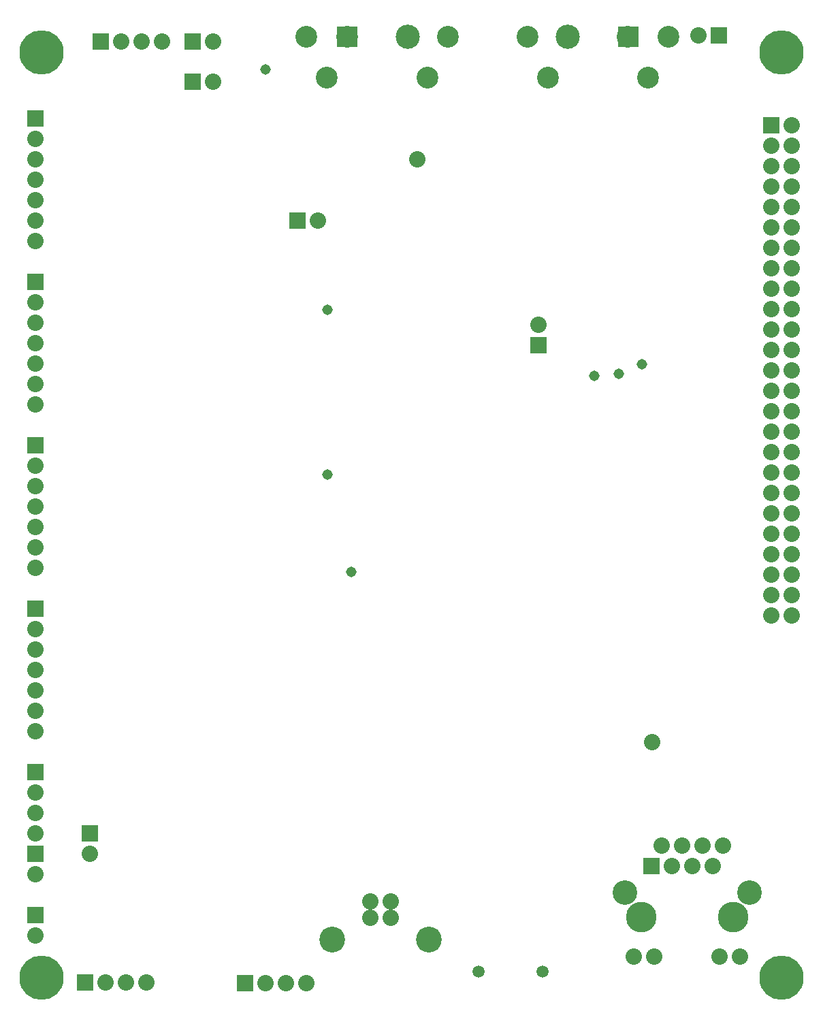
<source format=gbs>
G04 (created by PCBNEW (2013-jul-07)-stable) date Sat Oct 17 16:48:20 2015*
%MOIN*%
G04 Gerber Fmt 3.4, Leading zero omitted, Abs format*
%FSLAX34Y34*%
G01*
G70*
G90*
G04 APERTURE LIST*
%ADD10C,0.00590551*%
%ADD11C,0.0594*%
%ADD12C,0.2169*%
%ADD13R,0.08X0.08*%
%ADD14C,0.08*%
%ADD15C,0.1499*%
%ADD16C,0.12*%
%ADD17C,0.0515*%
%ADD18R,0.0987X0.0987*%
%ADD19C,0.1184*%
%ADD20C,0.1263*%
%ADD21C,0.1066*%
G04 APERTURE END LIST*
G54D10*
G54D11*
X24140Y1870D03*
X27282Y1870D03*
G54D12*
X2754Y1575D03*
G54D13*
X2429Y43625D03*
G54D14*
X2429Y42625D03*
X2429Y41625D03*
X2429Y40625D03*
X2429Y39625D03*
X2429Y38625D03*
X2429Y37625D03*
G54D13*
X2429Y35625D03*
G54D14*
X2429Y34625D03*
X2429Y33625D03*
X2429Y32625D03*
X2429Y31625D03*
X2429Y30625D03*
X2429Y29625D03*
G54D13*
X2429Y27625D03*
G54D14*
X2429Y26625D03*
X2429Y25625D03*
X2429Y24625D03*
X2429Y23625D03*
X2429Y22625D03*
X2429Y21625D03*
G54D13*
X2429Y19625D03*
G54D14*
X2429Y18625D03*
X2429Y17625D03*
X2429Y16625D03*
X2429Y15625D03*
X2429Y14625D03*
X2429Y13625D03*
G54D13*
X35900Y47688D03*
G54D14*
X34900Y47688D03*
G54D13*
X38474Y43299D03*
G54D14*
X39474Y43299D03*
X38474Y38299D03*
X39474Y42299D03*
X38474Y37299D03*
X39474Y41299D03*
X38474Y36299D03*
X39474Y40299D03*
X38474Y35299D03*
X39474Y39299D03*
X38474Y34299D03*
X39474Y38299D03*
X38474Y33299D03*
X39474Y37299D03*
X38474Y32299D03*
X39474Y36299D03*
X38474Y31299D03*
X39474Y35299D03*
X38474Y30299D03*
X39474Y34299D03*
X38474Y29299D03*
X39474Y33299D03*
X38474Y28299D03*
X39474Y32299D03*
X39474Y31299D03*
X38474Y27299D03*
X39474Y30299D03*
X39474Y28299D03*
X39474Y27299D03*
X39474Y26299D03*
X39474Y25299D03*
X38474Y26299D03*
X38474Y25299D03*
X38474Y42299D03*
X38474Y41299D03*
X38474Y40299D03*
X38474Y39299D03*
X38474Y24299D03*
X39474Y24299D03*
X39474Y29299D03*
X38474Y23299D03*
X39474Y23299D03*
X38474Y22299D03*
X39474Y22299D03*
X38474Y21299D03*
X39474Y21299D03*
X38474Y20299D03*
X39474Y20299D03*
X38474Y19299D03*
X39474Y19299D03*
G54D15*
X32098Y4528D03*
X36598Y4528D03*
G54D14*
X36098Y8028D03*
X35600Y7028D03*
X35098Y8028D03*
X34600Y7028D03*
X34098Y8028D03*
X33600Y7028D03*
X33098Y8028D03*
G54D16*
X31298Y5729D03*
X37398Y5728D03*
G54D14*
X35956Y2599D03*
X32740Y2599D03*
X36956Y2599D03*
X31740Y2599D03*
G54D13*
X32600Y7028D03*
G54D17*
X16730Y26181D03*
X13700Y46038D03*
X16730Y34252D03*
X17900Y21438D03*
G54D13*
X27080Y32516D03*
G54D14*
X27080Y33516D03*
X32638Y13104D03*
X21148Y41630D03*
G54D13*
X15261Y38626D03*
G54D14*
X16261Y38626D03*
G54D13*
X4888Y1328D03*
G54D14*
X5888Y1328D03*
X6888Y1328D03*
X7888Y1328D03*
G54D12*
X38974Y46850D03*
X38974Y1575D03*
X2754Y46850D03*
G54D13*
X2429Y11625D03*
G54D14*
X2429Y10625D03*
X2429Y9625D03*
X2429Y8625D03*
G54D13*
X2429Y7625D03*
G54D14*
X2429Y6625D03*
G54D13*
X2429Y4625D03*
G54D14*
X2429Y3625D03*
G54D18*
X31476Y47638D03*
G54D19*
X28524Y47638D03*
G54D18*
X17715Y47638D03*
G54D19*
X20667Y47638D03*
G54D13*
X5650Y47388D03*
G54D14*
X6650Y47388D03*
X7650Y47388D03*
X8650Y47388D03*
G54D13*
X10150Y47388D03*
G54D14*
X11150Y47388D03*
G54D13*
X10150Y45438D03*
G54D14*
X11150Y45438D03*
X19850Y5288D03*
X18850Y5288D03*
X18850Y4501D03*
X19850Y4501D03*
G54D20*
X21712Y3438D03*
X16988Y3438D03*
G54D13*
X5100Y8638D03*
G54D14*
X5100Y7638D03*
G54D13*
X12700Y1288D03*
G54D14*
X13700Y1288D03*
X14700Y1288D03*
X15700Y1288D03*
G54D17*
X32150Y31588D03*
X31000Y31138D03*
X29800Y31038D03*
G54D21*
X32450Y45638D03*
X33450Y47638D03*
X31450Y47638D03*
X27550Y45638D03*
X28550Y47638D03*
X26550Y47638D03*
X16700Y45638D03*
X17700Y47638D03*
X15700Y47638D03*
X21650Y45638D03*
X22650Y47638D03*
X20650Y47638D03*
M02*

</source>
